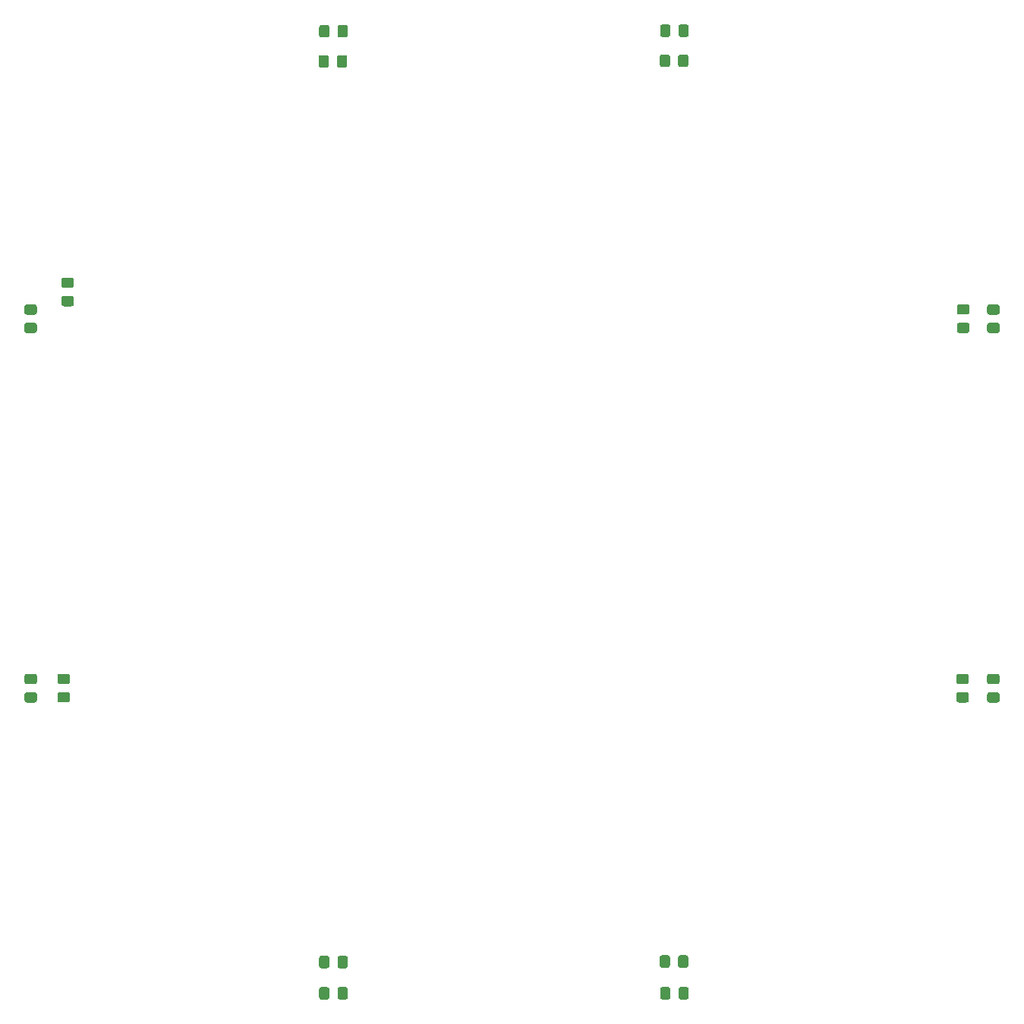
<source format=gbr>
%TF.GenerationSoftware,KiCad,Pcbnew,(5.1.6)-1*%
%TF.CreationDate,2024-05-27T20:35:23-04:00*%
%TF.ProjectId,watercooled-pi-120mm,77617465-7263-46f6-9f6c-65642d70692d,rev?*%
%TF.SameCoordinates,Original*%
%TF.FileFunction,Paste,Bot*%
%TF.FilePolarity,Positive*%
%FSLAX46Y46*%
G04 Gerber Fmt 4.6, Leading zero omitted, Abs format (unit mm)*
G04 Created by KiCad (PCBNEW (5.1.6)-1) date 2024-05-27 20:35:23*
%MOMM*%
%LPD*%
G01*
G04 APERTURE LIST*
G04 APERTURE END LIST*
%TO.C,D6*%
G36*
G01*
X207956999Y-74808500D02*
X208857001Y-74808500D01*
G75*
G02*
X209107000Y-75058499I0J-249999D01*
G01*
X209107000Y-75708501D01*
G75*
G02*
X208857001Y-75958500I-249999J0D01*
G01*
X207956999Y-75958500D01*
G75*
G02*
X207707000Y-75708501I0J249999D01*
G01*
X207707000Y-75058499D01*
G75*
G02*
X207956999Y-74808500I249999J0D01*
G01*
G37*
G36*
G01*
X207956999Y-72758500D02*
X208857001Y-72758500D01*
G75*
G02*
X209107000Y-73008499I0J-249999D01*
G01*
X209107000Y-73658501D01*
G75*
G02*
X208857001Y-73908500I-249999J0D01*
G01*
X207956999Y-73908500D01*
G75*
G02*
X207707000Y-73658501I0J249999D01*
G01*
X207707000Y-73008499D01*
G75*
G02*
X207956999Y-72758500I249999J0D01*
G01*
G37*
%TD*%
%TO.C,D7*%
G36*
G01*
X207956999Y-113970000D02*
X208857001Y-113970000D01*
G75*
G02*
X209107000Y-114219999I0J-249999D01*
G01*
X209107000Y-114870001D01*
G75*
G02*
X208857001Y-115120000I-249999J0D01*
G01*
X207956999Y-115120000D01*
G75*
G02*
X207707000Y-114870001I0J249999D01*
G01*
X207707000Y-114219999D01*
G75*
G02*
X207956999Y-113970000I249999J0D01*
G01*
G37*
G36*
G01*
X207956999Y-116020000D02*
X208857001Y-116020000D01*
G75*
G02*
X209107000Y-116269999I0J-249999D01*
G01*
X209107000Y-116920001D01*
G75*
G02*
X208857001Y-117170000I-249999J0D01*
G01*
X207956999Y-117170000D01*
G75*
G02*
X207707000Y-116920001I0J249999D01*
G01*
X207707000Y-116269999D01*
G75*
G02*
X207956999Y-116020000I249999J0D01*
G01*
G37*
%TD*%
%TO.C,D8*%
G36*
G01*
X133201500Y-150056001D02*
X133201500Y-149155999D01*
G75*
G02*
X133451499Y-148906000I249999J0D01*
G01*
X134101501Y-148906000D01*
G75*
G02*
X134351500Y-149155999I0J-249999D01*
G01*
X134351500Y-150056001D01*
G75*
G02*
X134101501Y-150306000I-249999J0D01*
G01*
X133451499Y-150306000D01*
G75*
G02*
X133201500Y-150056001I0J249999D01*
G01*
G37*
G36*
G01*
X135251500Y-150056001D02*
X135251500Y-149155999D01*
G75*
G02*
X135501499Y-148906000I249999J0D01*
G01*
X136151501Y-148906000D01*
G75*
G02*
X136401500Y-149155999I0J-249999D01*
G01*
X136401500Y-150056001D01*
G75*
G02*
X136151501Y-150306000I-249999J0D01*
G01*
X135501499Y-150306000D01*
G75*
G02*
X135251500Y-150056001I0J249999D01*
G01*
G37*
%TD*%
%TO.C,D9*%
G36*
G01*
X173288000Y-150056001D02*
X173288000Y-149155999D01*
G75*
G02*
X173537999Y-148906000I249999J0D01*
G01*
X174188001Y-148906000D01*
G75*
G02*
X174438000Y-149155999I0J-249999D01*
G01*
X174438000Y-150056001D01*
G75*
G02*
X174188001Y-150306000I-249999J0D01*
G01*
X173537999Y-150306000D01*
G75*
G02*
X173288000Y-150056001I0J249999D01*
G01*
G37*
G36*
G01*
X171238000Y-150056001D02*
X171238000Y-149155999D01*
G75*
G02*
X171487999Y-148906000I249999J0D01*
G01*
X172138001Y-148906000D01*
G75*
G02*
X172388000Y-149155999I0J-249999D01*
G01*
X172388000Y-150056001D01*
G75*
G02*
X172138001Y-150306000I-249999J0D01*
G01*
X171487999Y-150306000D01*
G75*
G02*
X171238000Y-150056001I0J249999D01*
G01*
G37*
%TD*%
%TO.C,D10*%
G36*
G01*
X133201500Y-42741001D02*
X133201500Y-41840999D01*
G75*
G02*
X133451499Y-41591000I249999J0D01*
G01*
X134101501Y-41591000D01*
G75*
G02*
X134351500Y-41840999I0J-249999D01*
G01*
X134351500Y-42741001D01*
G75*
G02*
X134101501Y-42991000I-249999J0D01*
G01*
X133451499Y-42991000D01*
G75*
G02*
X133201500Y-42741001I0J249999D01*
G01*
G37*
G36*
G01*
X135251500Y-42741001D02*
X135251500Y-41840999D01*
G75*
G02*
X135501499Y-41591000I249999J0D01*
G01*
X136151501Y-41591000D01*
G75*
G02*
X136401500Y-41840999I0J-249999D01*
G01*
X136401500Y-42741001D01*
G75*
G02*
X136151501Y-42991000I-249999J0D01*
G01*
X135501499Y-42991000D01*
G75*
G02*
X135251500Y-42741001I0J249999D01*
G01*
G37*
%TD*%
%TO.C,D11*%
G36*
G01*
X173288000Y-42677501D02*
X173288000Y-41777499D01*
G75*
G02*
X173537999Y-41527500I249999J0D01*
G01*
X174188001Y-41527500D01*
G75*
G02*
X174438000Y-41777499I0J-249999D01*
G01*
X174438000Y-42677501D01*
G75*
G02*
X174188001Y-42927500I-249999J0D01*
G01*
X173537999Y-42927500D01*
G75*
G02*
X173288000Y-42677501I0J249999D01*
G01*
G37*
G36*
G01*
X171238000Y-42677501D02*
X171238000Y-41777499D01*
G75*
G02*
X171487999Y-41527500I249999J0D01*
G01*
X172138001Y-41527500D01*
G75*
G02*
X172388000Y-41777499I0J-249999D01*
G01*
X172388000Y-42677501D01*
G75*
G02*
X172138001Y-42927500I-249999J0D01*
G01*
X171487999Y-42927500D01*
G75*
G02*
X171238000Y-42677501I0J249999D01*
G01*
G37*
%TD*%
%TO.C,D12*%
G36*
G01*
X100578499Y-113970000D02*
X101478501Y-113970000D01*
G75*
G02*
X101728500Y-114219999I0J-249999D01*
G01*
X101728500Y-114870001D01*
G75*
G02*
X101478501Y-115120000I-249999J0D01*
G01*
X100578499Y-115120000D01*
G75*
G02*
X100328500Y-114870001I0J249999D01*
G01*
X100328500Y-114219999D01*
G75*
G02*
X100578499Y-113970000I249999J0D01*
G01*
G37*
G36*
G01*
X100578499Y-116020000D02*
X101478501Y-116020000D01*
G75*
G02*
X101728500Y-116269999I0J-249999D01*
G01*
X101728500Y-116920001D01*
G75*
G02*
X101478501Y-117170000I-249999J0D01*
G01*
X100578499Y-117170000D01*
G75*
G02*
X100328500Y-116920001I0J249999D01*
G01*
X100328500Y-116269999D01*
G75*
G02*
X100578499Y-116020000I249999J0D01*
G01*
G37*
%TD*%
%TO.C,D13*%
G36*
G01*
X100578499Y-74808500D02*
X101478501Y-74808500D01*
G75*
G02*
X101728500Y-75058499I0J-249999D01*
G01*
X101728500Y-75708501D01*
G75*
G02*
X101478501Y-75958500I-249999J0D01*
G01*
X100578499Y-75958500D01*
G75*
G02*
X100328500Y-75708501I0J249999D01*
G01*
X100328500Y-75058499D01*
G75*
G02*
X100578499Y-74808500I249999J0D01*
G01*
G37*
G36*
G01*
X100578499Y-72758500D02*
X101478501Y-72758500D01*
G75*
G02*
X101728500Y-73008499I0J-249999D01*
G01*
X101728500Y-73658501D01*
G75*
G02*
X101478501Y-73908500I-249999J0D01*
G01*
X100578499Y-73908500D01*
G75*
G02*
X100328500Y-73658501I0J249999D01*
G01*
X100328500Y-73008499D01*
G75*
G02*
X100578499Y-72758500I249999J0D01*
G01*
G37*
%TD*%
%TO.C,R6*%
G36*
G01*
X204591499Y-72749500D02*
X205491501Y-72749500D01*
G75*
G02*
X205741500Y-72999499I0J-249999D01*
G01*
X205741500Y-73649501D01*
G75*
G02*
X205491501Y-73899500I-249999J0D01*
G01*
X204591499Y-73899500D01*
G75*
G02*
X204341500Y-73649501I0J249999D01*
G01*
X204341500Y-72999499D01*
G75*
G02*
X204591499Y-72749500I249999J0D01*
G01*
G37*
G36*
G01*
X204591499Y-74799500D02*
X205491501Y-74799500D01*
G75*
G02*
X205741500Y-75049499I0J-249999D01*
G01*
X205741500Y-75699501D01*
G75*
G02*
X205491501Y-75949500I-249999J0D01*
G01*
X204591499Y-75949500D01*
G75*
G02*
X204341500Y-75699501I0J249999D01*
G01*
X204341500Y-75049499D01*
G75*
G02*
X204591499Y-74799500I249999J0D01*
G01*
G37*
%TD*%
%TO.C,R7*%
G36*
G01*
X204527999Y-116020000D02*
X205428001Y-116020000D01*
G75*
G02*
X205678000Y-116269999I0J-249999D01*
G01*
X205678000Y-116920001D01*
G75*
G02*
X205428001Y-117170000I-249999J0D01*
G01*
X204527999Y-117170000D01*
G75*
G02*
X204278000Y-116920001I0J249999D01*
G01*
X204278000Y-116269999D01*
G75*
G02*
X204527999Y-116020000I249999J0D01*
G01*
G37*
G36*
G01*
X204527999Y-113970000D02*
X205428001Y-113970000D01*
G75*
G02*
X205678000Y-114219999I0J-249999D01*
G01*
X205678000Y-114870001D01*
G75*
G02*
X205428001Y-115120000I-249999J0D01*
G01*
X204527999Y-115120000D01*
G75*
G02*
X204278000Y-114870001I0J249999D01*
G01*
X204278000Y-114219999D01*
G75*
G02*
X204527999Y-113970000I249999J0D01*
G01*
G37*
%TD*%
%TO.C,R8*%
G36*
G01*
X133201500Y-146563501D02*
X133201500Y-145663499D01*
G75*
G02*
X133451499Y-145413500I249999J0D01*
G01*
X134101501Y-145413500D01*
G75*
G02*
X134351500Y-145663499I0J-249999D01*
G01*
X134351500Y-146563501D01*
G75*
G02*
X134101501Y-146813500I-249999J0D01*
G01*
X133451499Y-146813500D01*
G75*
G02*
X133201500Y-146563501I0J249999D01*
G01*
G37*
G36*
G01*
X135251500Y-146563501D02*
X135251500Y-145663499D01*
G75*
G02*
X135501499Y-145413500I249999J0D01*
G01*
X136151501Y-145413500D01*
G75*
G02*
X136401500Y-145663499I0J-249999D01*
G01*
X136401500Y-146563501D01*
G75*
G02*
X136151501Y-146813500I-249999J0D01*
G01*
X135501499Y-146813500D01*
G75*
G02*
X135251500Y-146563501I0J249999D01*
G01*
G37*
%TD*%
%TO.C,R9*%
G36*
G01*
X173233500Y-146500001D02*
X173233500Y-145599999D01*
G75*
G02*
X173483499Y-145350000I249999J0D01*
G01*
X174133501Y-145350000D01*
G75*
G02*
X174383500Y-145599999I0J-249999D01*
G01*
X174383500Y-146500001D01*
G75*
G02*
X174133501Y-146750000I-249999J0D01*
G01*
X173483499Y-146750000D01*
G75*
G02*
X173233500Y-146500001I0J249999D01*
G01*
G37*
G36*
G01*
X171183500Y-146500001D02*
X171183500Y-145599999D01*
G75*
G02*
X171433499Y-145350000I249999J0D01*
G01*
X172083501Y-145350000D01*
G75*
G02*
X172333500Y-145599999I0J-249999D01*
G01*
X172333500Y-146500001D01*
G75*
G02*
X172083501Y-146750000I-249999J0D01*
G01*
X171433499Y-146750000D01*
G75*
G02*
X171183500Y-146500001I0J249999D01*
G01*
G37*
%TD*%
%TO.C,R10*%
G36*
G01*
X133138000Y-46106501D02*
X133138000Y-45206499D01*
G75*
G02*
X133387999Y-44956500I249999J0D01*
G01*
X134038001Y-44956500D01*
G75*
G02*
X134288000Y-45206499I0J-249999D01*
G01*
X134288000Y-46106501D01*
G75*
G02*
X134038001Y-46356500I-249999J0D01*
G01*
X133387999Y-46356500D01*
G75*
G02*
X133138000Y-46106501I0J249999D01*
G01*
G37*
G36*
G01*
X135188000Y-46106501D02*
X135188000Y-45206499D01*
G75*
G02*
X135437999Y-44956500I249999J0D01*
G01*
X136088001Y-44956500D01*
G75*
G02*
X136338000Y-45206499I0J-249999D01*
G01*
X136338000Y-46106501D01*
G75*
G02*
X136088001Y-46356500I-249999J0D01*
G01*
X135437999Y-46356500D01*
G75*
G02*
X135188000Y-46106501I0J249999D01*
G01*
G37*
%TD*%
%TO.C,R11*%
G36*
G01*
X173242500Y-46043001D02*
X173242500Y-45142999D01*
G75*
G02*
X173492499Y-44893000I249999J0D01*
G01*
X174142501Y-44893000D01*
G75*
G02*
X174392500Y-45142999I0J-249999D01*
G01*
X174392500Y-46043001D01*
G75*
G02*
X174142501Y-46293000I-249999J0D01*
G01*
X173492499Y-46293000D01*
G75*
G02*
X173242500Y-46043001I0J249999D01*
G01*
G37*
G36*
G01*
X171192500Y-46043001D02*
X171192500Y-45142999D01*
G75*
G02*
X171442499Y-44893000I249999J0D01*
G01*
X172092501Y-44893000D01*
G75*
G02*
X172342500Y-45142999I0J-249999D01*
G01*
X172342500Y-46043001D01*
G75*
G02*
X172092501Y-46293000I-249999J0D01*
G01*
X171442499Y-46293000D01*
G75*
G02*
X171192500Y-46043001I0J249999D01*
G01*
G37*
%TD*%
%TO.C,R12*%
G36*
G01*
X104261499Y-113961000D02*
X105161501Y-113961000D01*
G75*
G02*
X105411500Y-114210999I0J-249999D01*
G01*
X105411500Y-114861001D01*
G75*
G02*
X105161501Y-115111000I-249999J0D01*
G01*
X104261499Y-115111000D01*
G75*
G02*
X104011500Y-114861001I0J249999D01*
G01*
X104011500Y-114210999D01*
G75*
G02*
X104261499Y-113961000I249999J0D01*
G01*
G37*
G36*
G01*
X104261499Y-116011000D02*
X105161501Y-116011000D01*
G75*
G02*
X105411500Y-116260999I0J-249999D01*
G01*
X105411500Y-116911001D01*
G75*
G02*
X105161501Y-117161000I-249999J0D01*
G01*
X104261499Y-117161000D01*
G75*
G02*
X104011500Y-116911001I0J249999D01*
G01*
X104011500Y-116260999D01*
G75*
G02*
X104261499Y-116011000I249999J0D01*
G01*
G37*
%TD*%
%TO.C,R13*%
G36*
G01*
X105606001Y-70924000D02*
X104705999Y-70924000D01*
G75*
G02*
X104456000Y-70674001I0J249999D01*
G01*
X104456000Y-70023999D01*
G75*
G02*
X104705999Y-69774000I249999J0D01*
G01*
X105606001Y-69774000D01*
G75*
G02*
X105856000Y-70023999I0J-249999D01*
G01*
X105856000Y-70674001D01*
G75*
G02*
X105606001Y-70924000I-249999J0D01*
G01*
G37*
G36*
G01*
X105606001Y-72974000D02*
X104705999Y-72974000D01*
G75*
G02*
X104456000Y-72724001I0J249999D01*
G01*
X104456000Y-72073999D01*
G75*
G02*
X104705999Y-71824000I249999J0D01*
G01*
X105606001Y-71824000D01*
G75*
G02*
X105856000Y-72073999I0J-249999D01*
G01*
X105856000Y-72724001D01*
G75*
G02*
X105606001Y-72974000I-249999J0D01*
G01*
G37*
%TD*%
M02*

</source>
